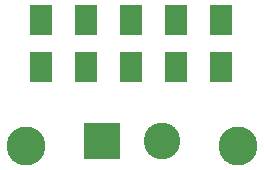
<source format=gts>
G04 #@! TF.GenerationSoftware,KiCad,Pcbnew,6.0.9-8da3e8f707~116~ubuntu20.04.1*
G04 #@! TF.CreationDate,2023-03-26T14:19:45+00:00*
G04 #@! TF.ProjectId,LEC001020,4c454330-3031-4303-9230-2e6b69636164,rev?*
G04 #@! TF.SameCoordinates,Original*
G04 #@! TF.FileFunction,Soldermask,Top*
G04 #@! TF.FilePolarity,Negative*
%FSLAX46Y46*%
G04 Gerber Fmt 4.6, Leading zero omitted, Abs format (unit mm)*
G04 Created by KiCad (PCBNEW 6.0.9-8da3e8f707~116~ubuntu20.04.1) date 2023-03-26 14:19:45*
%MOMM*%
%LPD*%
G01*
G04 APERTURE LIST*
G04 Aperture macros list*
%AMRoundRect*
0 Rectangle with rounded corners*
0 $1 Rounding radius*
0 $2 $3 $4 $5 $6 $7 $8 $9 X,Y pos of 4 corners*
0 Add a 4 corners polygon primitive as box body*
4,1,4,$2,$3,$4,$5,$6,$7,$8,$9,$2,$3,0*
0 Add four circle primitives for the rounded corners*
1,1,$1+$1,$2,$3*
1,1,$1+$1,$4,$5*
1,1,$1+$1,$6,$7*
1,1,$1+$1,$8,$9*
0 Add four rect primitives between the rounded corners*
20,1,$1+$1,$2,$3,$4,$5,0*
20,1,$1+$1,$4,$5,$6,$7,0*
20,1,$1+$1,$6,$7,$8,$9,0*
20,1,$1+$1,$8,$9,$2,$3,0*%
G04 Aperture macros list end*
%ADD10RoundRect,0.051000X0.900000X-1.250000X0.900000X1.250000X-0.900000X1.250000X-0.900000X-1.250000X0*%
%ADD11C,3.302000*%
%ADD12RoundRect,0.051000X-1.500000X-1.500000X1.500000X-1.500000X1.500000X1.500000X-1.500000X1.500000X0*%
%ADD13C,3.102000*%
G04 APERTURE END LIST*
D10*
G04 #@! TO.C,D5*
X20000000Y-7260000D03*
X20000000Y-3260000D03*
G04 #@! TD*
G04 #@! TO.C,D4*
X16190000Y-7260000D03*
X16190000Y-3260000D03*
G04 #@! TD*
G04 #@! TO.C,D1*
X4760000Y-7260000D03*
X4760000Y-3260000D03*
G04 #@! TD*
G04 #@! TO.C,D2*
X8570000Y-7260000D03*
X8570000Y-3260000D03*
G04 #@! TD*
G04 #@! TO.C,D3*
X12380000Y-7260000D03*
X12380000Y-3260000D03*
G04 #@! TD*
D11*
G04 #@! TO.C,H1*
X21500000Y-14000000D03*
G04 #@! TD*
G04 #@! TO.C,H2*
X3500000Y-14000000D03*
G04 #@! TD*
D12*
G04 #@! TO.C,J1*
X9920000Y-13500000D03*
D13*
X15000000Y-13500000D03*
G04 #@! TD*
M02*

</source>
